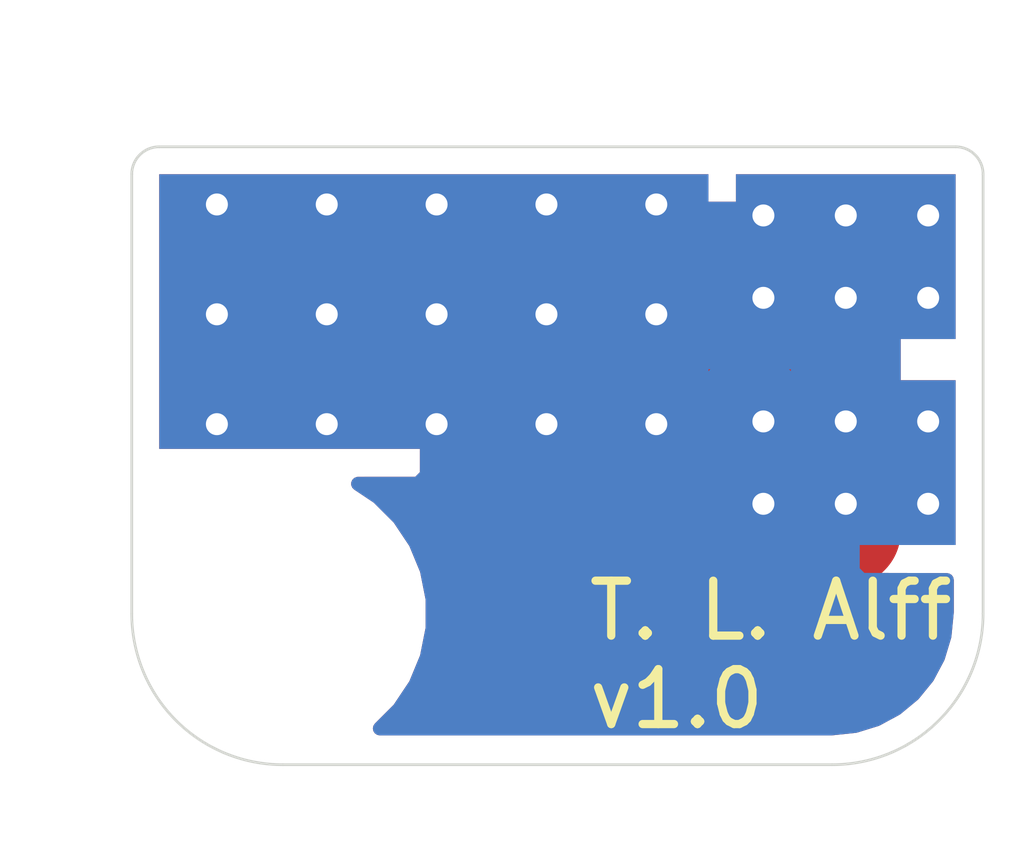
<source format=kicad_pcb>
(kicad_pcb (version 20171130) (host pcbnew 5.1.9)

  (general
    (thickness 1.6)
    (drawings 9)
    (tracks 53)
    (zones 0)
    (modules 7)
    (nets 2)
  )

  (page A4)
  (layers
    (0 F.Cu signal)
    (31 B.Cu signal)
    (32 B.Adhes user)
    (33 F.Adhes user)
    (34 B.Paste user)
    (35 F.Paste user)
    (36 B.SilkS user)
    (37 F.SilkS user)
    (38 B.Mask user)
    (39 F.Mask user)
    (40 Dwgs.User user)
    (41 Cmts.User user)
    (42 Eco1.User user)
    (43 Eco2.User user)
    (44 Edge.Cuts user)
    (45 Margin user)
    (46 B.CrtYd user)
    (47 F.CrtYd user)
    (48 B.Fab user)
    (49 F.Fab user)
  )

  (setup
    (last_trace_width 0.25)
    (user_trace_width 2)
    (trace_clearance 0.2)
    (zone_clearance 0.508)
    (zone_45_only no)
    (trace_min 0.2)
    (via_size 0.8)
    (via_drill 0.4)
    (via_min_size 0.4)
    (via_min_drill 0.3)
    (uvia_size 0.3)
    (uvia_drill 0.1)
    (uvias_allowed no)
    (uvia_min_size 0.2)
    (uvia_min_drill 0.1)
    (edge_width 0.05)
    (segment_width 0.2)
    (pcb_text_width 0.3)
    (pcb_text_size 1.5 1.5)
    (mod_edge_width 0.12)
    (mod_text_size 1 1)
    (mod_text_width 0.15)
    (pad_size 1.524 1.524)
    (pad_drill 0.762)
    (pad_to_mask_clearance 0)
    (aux_axis_origin 0 0)
    (visible_elements FFFFFF7F)
    (pcbplotparams
      (layerselection 0x010fc_ffffffff)
      (usegerberextensions false)
      (usegerberattributes true)
      (usegerberadvancedattributes true)
      (creategerberjobfile true)
      (excludeedgelayer true)
      (linewidth 0.100000)
      (plotframeref false)
      (viasonmask false)
      (mode 1)
      (useauxorigin false)
      (hpglpennumber 1)
      (hpglpenspeed 20)
      (hpglpendiameter 15.000000)
      (psnegative false)
      (psa4output false)
      (plotreference true)
      (plotvalue true)
      (plotinvisibletext false)
      (padsonsilk false)
      (subtractmaskfromsilk false)
      (outputformat 1)
      (mirror false)
      (drillshape 1)
      (scaleselection 1)
      (outputdirectory ""))
  )

  (net 0 "")
  (net 1 "Net-(J1-Pad1)")

  (net_class Default "This is the default net class."
    (clearance 0.2)
    (trace_width 0.25)
    (via_dia 0.8)
    (via_drill 0.4)
    (uvia_dia 0.3)
    (uvia_drill 0.1)
    (add_net "Net-(J1-Pad1)")
  )

  (module hippo:MountingHole_2.7mm_M2.5_Masked (layer F.Cu) (tedit 602D292D) (tstamp 60411821)
    (at 34.5 35.75)
    (descr "Mounting Hole 2.7mm, no annular, M2.5, DIN965")
    (tags "mounting hole 2.7mm no annular m2.5 din965")
    (path /6040D248)
    (attr virtual)
    (fp_text reference H3 (at 0 -3.35) (layer F.SilkS) hide
      (effects (font (size 1 1) (thickness 0.15)))
    )
    (fp_text value MountingHole (at 0 3.35) (layer F.Fab)
      (effects (font (size 1 1) (thickness 0.15)))
    )
    (fp_circle (center 0 0) (end 2.35 0) (layer Cmts.User) (width 0.15))
    (fp_circle (center 0 0) (end 2.6 0) (layer F.CrtYd) (width 0.05))
    (fp_text user %R (at 0.3 0) (layer F.Fab)
      (effects (font (size 1 1) (thickness 0.15)))
    )
    (pad "" np_thru_hole circle (at 0 0) (size 2.7 2.7) (drill 2.7) (layers *.Cu *.Mask)
      (solder_mask_margin 1) (clearance 1.25))
  )

  (module hippo:SolderWirePad_1x01_SMD_3x4mm (layer B.Cu) (tedit 6040B829) (tstamp 60411FB3)
    (at 44.75 33 90)
    (path /6040E229)
    (attr smd)
    (fp_text reference J6 (at 0.5 -3 90) (layer B.SilkS) hide
      (effects (font (size 1 1) (thickness 0.15)) (justify mirror))
    )
    (fp_text value Conn_01x01 (at 0 0.5 90) (layer B.Fab)
      (effects (font (size 1 1) (thickness 0.15)) (justify mirror))
    )
    (pad 1 smd rect (at 0 0 90) (size 3 4) (layers B.Cu B.Paste B.Mask)
      (net 1 "Net-(J1-Pad1)"))
  )

  (module hippo:SolderWirePad_1x01_SMD_3x4mm (layer B.Cu) (tedit 6040B829) (tstamp 60411FAE)
    (at 44.75 29.25 90)
    (path /6040DF9F)
    (attr smd)
    (fp_text reference J5 (at 0.5 -3 90) (layer B.SilkS) hide
      (effects (font (size 1 1) (thickness 0.15)) (justify mirror))
    )
    (fp_text value Conn_01x01 (at 0 0.5 90) (layer B.Fab)
      (effects (font (size 1 1) (thickness 0.15)) (justify mirror))
    )
    (pad 1 smd rect (at 0 0 90) (size 3 4) (layers B.Cu B.Paste B.Mask)
      (net 1 "Net-(J1-Pad1)"))
  )

  (module hippo:SolderWirePad_1x01_SMD_3x4mm (layer F.Cu) (tedit 6040B829) (tstamp 60411FA9)
    (at 44.75 33 90)
    (path /6040DD64)
    (attr smd)
    (fp_text reference J4 (at 0.5 3 90) (layer F.SilkS) hide
      (effects (font (size 1 1) (thickness 0.15)))
    )
    (fp_text value Conn_01x01 (at 0 -0.5 90) (layer F.Fab)
      (effects (font (size 1 1) (thickness 0.15)))
    )
    (pad 1 smd rect (at 0 0 90) (size 3 4) (layers F.Cu F.Paste F.Mask)
      (net 1 "Net-(J1-Pad1)"))
  )

  (module hippo:SolderWirePad_1x01_SMD_3x4mm (layer F.Cu) (tedit 6040B829) (tstamp 60411FA4)
    (at 44.75 29.25 90)
    (path /6040DA45)
    (attr smd)
    (fp_text reference J3 (at 0.5 3 90) (layer F.SilkS) hide
      (effects (font (size 1 1) (thickness 0.15)))
    )
    (fp_text value Conn_01x01 (at 0 -0.5 90) (layer F.Fab)
      (effects (font (size 1 1) (thickness 0.15)))
    )
    (pad 1 smd rect (at 0 0 90) (size 3 4) (layers F.Cu F.Paste F.Mask)
      (net 1 "Net-(J1-Pad1)"))
  )

  (module Connector_Wire:SolderWirePad_1x01_SMD_5x10mm (layer B.Cu) (tedit 5640A485) (tstamp 60411F9F)
    (at 37.25 30.25 90)
    (descr "Wire Pad, Square, SMD Pad,  5mm x 10mm,")
    (tags "MesurementPoint Square SMDPad 5mmx10mm ")
    (path /60410FB1)
    (attr smd virtual)
    (fp_text reference J2 (at 0 3.81 90) (layer B.SilkS) hide
      (effects (font (size 1 1) (thickness 0.15)) (justify mirror))
    )
    (fp_text value BATT (at 0 -6.35 90) (layer B.Fab)
      (effects (font (size 1 1) (thickness 0.15)) (justify mirror))
    )
    (fp_line (start 2.75 5.25) (end -2.75 5.25) (layer B.CrtYd) (width 0.05))
    (fp_line (start 2.75 -5.25) (end 2.75 5.25) (layer B.CrtYd) (width 0.05))
    (fp_line (start -2.75 -5.25) (end 2.75 -5.25) (layer B.CrtYd) (width 0.05))
    (fp_line (start -2.75 5.25) (end -2.75 -5.25) (layer B.CrtYd) (width 0.05))
    (fp_text user %R (at 0 0 90) (layer B.Fab)
      (effects (font (size 1 1) (thickness 0.15)) (justify mirror))
    )
    (pad 1 smd rect (at 0 0 90) (size 5 10) (layers B.Cu B.Paste B.Mask)
      (net 1 "Net-(J1-Pad1)"))
  )

  (module Connector_Wire:SolderWirePad_1x01_SMD_5x10mm (layer F.Cu) (tedit 5640A485) (tstamp 60411F95)
    (at 37.25 30.25 90)
    (descr "Wire Pad, Square, SMD Pad,  5mm x 10mm,")
    (tags "MesurementPoint Square SMDPad 5mmx10mm ")
    (path /6040CA4B)
    (attr smd virtual)
    (fp_text reference J1 (at 0 -3.81 90) (layer F.SilkS) hide
      (effects (font (size 1 1) (thickness 0.15)))
    )
    (fp_text value BATT (at 0 6.35 90) (layer F.Fab)
      (effects (font (size 1 1) (thickness 0.15)))
    )
    (fp_line (start 2.75 -5.25) (end -2.75 -5.25) (layer F.CrtYd) (width 0.05))
    (fp_line (start 2.75 5.25) (end 2.75 -5.25) (layer F.CrtYd) (width 0.05))
    (fp_line (start -2.75 5.25) (end 2.75 5.25) (layer F.CrtYd) (width 0.05))
    (fp_line (start -2.75 -5.25) (end -2.75 5.25) (layer F.CrtYd) (width 0.05))
    (fp_text user %R (at 0 0 90) (layer F.Fab)
      (effects (font (size 1 1) (thickness 0.15)))
    )
    (pad 1 smd rect (at 0 0 90) (size 5 10) (layers F.Cu F.Paste F.Mask)
      (net 1 "Net-(J1-Pad1)"))
  )

  (gr_text "T. L. Alff\nv1.0" (at 40 36.5) (layer F.SilkS)
    (effects (font (size 1 1) (thickness 0.15)) (justify left))
  )
  (gr_arc (start 44.5 35.75) (end 44.5 38.5) (angle -90) (layer Edge.Cuts) (width 0.05))
  (gr_arc (start 34.5 35.75) (end 31.75 35.75) (angle -90) (layer Edge.Cuts) (width 0.05))
  (gr_arc (start 46.75 27.75) (end 47.25 27.75) (angle -90) (layer Edge.Cuts) (width 0.05))
  (gr_arc (start 32.25 27.75) (end 32.25 27.25) (angle -90) (layer Edge.Cuts) (width 0.05))
  (gr_line (start 31.75 35.75) (end 31.75 27.75) (layer Edge.Cuts) (width 0.05))
  (gr_line (start 44.5 38.5) (end 34.5 38.5) (layer Edge.Cuts) (width 0.05))
  (gr_line (start 47.25 27.75) (end 47.25 35.75) (layer Edge.Cuts) (width 0.05))
  (gr_line (start 32.25 27.25) (end 46.75 27.25) (layer Edge.Cuts) (width 0.05))

  (via (at 33.3 32.3) (size 0.8) (drill 0.4) (layers F.Cu B.Cu) (net 1))
  (via (at 35.3 32.3) (size 0.8) (drill 0.4) (layers F.Cu B.Cu) (net 1))
  (via (at 37.3 32.3) (size 0.8) (drill 0.4) (layers F.Cu B.Cu) (net 1))
  (via (at 39.3 32.3) (size 0.8) (drill 0.4) (layers F.Cu B.Cu) (net 1))
  (via (at 41.3 32.3) (size 0.8) (drill 0.4) (layers F.Cu B.Cu) (net 1))
  (via (at 41.3 30.3) (size 0.8) (drill 0.4) (layers F.Cu B.Cu) (net 1))
  (via (at 39.3 30.3) (size 0.8) (drill 0.4) (layers F.Cu B.Cu) (net 1))
  (via (at 37.3 30.3) (size 0.8) (drill 0.4) (layers F.Cu B.Cu) (net 1))
  (via (at 35.3 30.3) (size 0.8) (drill 0.4) (layers F.Cu B.Cu) (net 1))
  (via (at 33.3 30.3) (size 0.8) (drill 0.4) (layers F.Cu B.Cu) (net 1))
  (via (at 33.3 28.3) (size 0.8) (drill 0.4) (layers F.Cu B.Cu) (net 1))
  (via (at 35.3 28.3) (size 0.8) (drill 0.4) (layers F.Cu B.Cu) (net 1))
  (via (at 37.3 28.3) (size 0.8) (drill 0.4) (layers F.Cu B.Cu) (net 1))
  (via (at 39.3 28.3) (size 0.8) (drill 0.4) (layers F.Cu B.Cu) (net 1))
  (via (at 41.3 28.3) (size 0.8) (drill 0.4) (layers F.Cu B.Cu) (net 1))
  (via (at 46.25 33.75) (size 0.8) (drill 0.4) (layers F.Cu B.Cu) (net 1))
  (via (at 44.75 33.75) (size 0.8) (drill 0.4) (layers F.Cu B.Cu) (net 1))
  (via (at 43.25 33.75) (size 0.8) (drill 0.4) (layers F.Cu B.Cu) (net 1))
  (via (at 46.25 32.25) (size 0.8) (drill 0.4) (layers F.Cu B.Cu) (net 1))
  (via (at 44.75 32.25) (size 0.8) (drill 0.4) (layers F.Cu B.Cu) (net 1))
  (via (at 43.25 32.25) (size 0.8) (drill 0.4) (layers F.Cu B.Cu) (net 1))
  (via (at 46.25 30) (size 0.8) (drill 0.4) (layers F.Cu B.Cu) (net 1))
  (via (at 44.75 30) (size 0.8) (drill 0.4) (layers F.Cu B.Cu) (net 1))
  (via (at 43.25 30) (size 0.8) (drill 0.4) (layers F.Cu B.Cu) (net 1))
  (via (at 46.25 28.5) (size 0.8) (drill 0.4) (layers F.Cu B.Cu) (net 1))
  (via (at 44.75 28.5) (size 0.8) (drill 0.4) (layers F.Cu B.Cu) (net 1))
  (via (at 43.25 28.5) (size 0.8) (drill 0.4) (layers F.Cu B.Cu) (net 1))
  (segment (start 43.75 30.25) (end 44.75 29.25) (width 2) (layer F.Cu) (net 1))
  (segment (start 37.25 30.25) (end 43.75 30.25) (width 2) (layer F.Cu) (net 1))
  (segment (start 42 30.25) (end 44.75 33) (width 2) (layer F.Cu) (net 1))
  (segment (start 37.25 30.25) (end 42 30.25) (width 2) (layer F.Cu) (net 1))
  (segment (start 44.75 33) (end 44.75 29.25) (width 2) (layer F.Cu) (net 1))
  (segment (start 38.25 33) (end 42 33) (width 2) (layer F.Cu) (net 1))
  (segment (start 44.75 33) (end 42 33) (width 2) (layer F.Cu) (net 1))
  (segment (start 42 33) (end 42 29.25) (width 2) (layer F.Cu) (net 1))
  (segment (start 42 29.25) (end 44.75 29.25) (width 2) (layer F.Cu) (net 1))
  (segment (start 44.75 33) (end 44.75 34.25) (width 2) (layer F.Cu) (net 1))
  (segment (start 44.75 34.25) (end 44.5 34.5) (width 2) (layer F.Cu) (net 1))
  (segment (start 44.5 34.5) (end 42 34.5) (width 2) (layer F.Cu) (net 1))
  (segment (start 43.7 30.3) (end 44.75 29.25) (width 2) (layer B.Cu) (net 1))
  (segment (start 37.3 30.3) (end 43.7 30.3) (width 2) (layer B.Cu) (net 1))
  (segment (start 38.25 29.25) (end 37.25 30.25) (width 2) (layer B.Cu) (net 1))
  (segment (start 44.75 29.25) (end 38.25 29.25) (width 2) (layer B.Cu) (net 1))
  (segment (start 44.75 29.25) (end 44.75 32.25) (width 2) (layer B.Cu) (net 1))
  (segment (start 44.75 33) (end 44 33) (width 2) (layer B.Cu) (net 1))
  (segment (start 44 33) (end 43 32) (width 2) (layer B.Cu) (net 1))
  (segment (start 43 32) (end 43 34) (width 2) (layer B.Cu) (net 1))
  (segment (start 43 34) (end 44 35) (width 2) (layer B.Cu) (net 1))
  (segment (start 44 35) (end 42 35) (width 2) (layer B.Cu) (net 1))
  (segment (start 42 35) (end 42 32.75) (width 2) (layer B.Cu) (net 1))
  (segment (start 42 32.75) (end 38 32.75) (width 2) (layer B.Cu) (net 1))
  (segment (start 38 31) (end 37.25 30.25) (width 2) (layer B.Cu) (net 1))
  (segment (start 38 32.75) (end 38 31) (width 2) (layer B.Cu) (net 1))

  (zone (net 1) (net_name "Net-(J1-Pad1)") (layer F.Cu) (tstamp 0) (hatch edge 0.508)
    (connect_pads (clearance 0.508))
    (min_thickness 0.254)
    (fill yes (arc_segments 32) (thermal_gap 0.508) (thermal_bridge_width 0.508))
    (polygon
      (pts
        (xy 48 38.5) (xy 31.75 38.5) (xy 31.75 27.25) (xy 48 27.25)
      )
    )
    (filled_polygon
      (pts
        (xy 44.877 29.123) (xy 44.897 29.123) (xy 44.897 29.377) (xy 44.877 29.377) (xy 44.877 32.873)
        (xy 44.897 32.873) (xy 44.897 33.127) (xy 44.877 33.127) (xy 44.877 34.97625) (xy 45.03575 35.135)
        (xy 46.590001 35.137785) (xy 46.590001 35.717712) (xy 46.547092 36.155334) (xy 46.429375 36.545232) (xy 46.23817 36.904836)
        (xy 45.980758 37.220455) (xy 45.666946 37.480062) (xy 45.30868 37.673777) (xy 44.919613 37.794213) (xy 44.483976 37.84)
        (xy 36.26656 37.84) (xy 36.618199 37.488361) (xy 36.916636 37.041719) (xy 37.122203 36.545437) (xy 37.227 36.018586)
        (xy 37.227 35.481414) (xy 37.122203 34.954563) (xy 36.916636 34.458281) (xy 36.618199 34.011639) (xy 36.238361 33.631801)
        (xy 35.870065 33.385713) (xy 36.96425 33.385) (xy 37.123 33.22625) (xy 37.123 30.377) (xy 37.103 30.377)
        (xy 37.103 30.123) (xy 37.123 30.123) (xy 37.123 30.103) (xy 37.377 30.103) (xy 37.377 30.123)
        (xy 37.397 30.123) (xy 37.397 30.377) (xy 37.377 30.377) (xy 37.377 33.22625) (xy 37.53575 33.385)
        (xy 42.114741 33.387984) (xy 42.111928 34.5) (xy 42.124188 34.624482) (xy 42.160498 34.74418) (xy 42.219463 34.854494)
        (xy 42.298815 34.951185) (xy 42.395506 35.030537) (xy 42.50582 35.089502) (xy 42.625518 35.125812) (xy 42.75 35.138072)
        (xy 44.46425 35.135) (xy 44.623 34.97625) (xy 44.623 33.127) (xy 44.603 33.127) (xy 44.603 32.873)
        (xy 44.623 32.873) (xy 44.623 29.377) (xy 44.603 29.377) (xy 44.603 29.123) (xy 44.623 29.123)
        (xy 44.623 29.103) (xy 44.877 29.103)
      )
    )
  )
  (zone (net 1) (net_name "Net-(J1-Pad1)") (layer B.Cu) (tstamp 0) (hatch edge 0.508)
    (connect_pads (clearance 0.508))
    (min_thickness 0.254)
    (fill yes (arc_segments 32) (thermal_gap 0.508) (thermal_bridge_width 0.508))
    (polygon
      (pts
        (xy 48 38.5) (xy 31.75 38.5) (xy 31.75 27.25) (xy 48 27.25)
      )
    )
    (filled_polygon
      (pts
        (xy 44.877 29.123) (xy 44.897 29.123) (xy 44.897 29.377) (xy 44.877 29.377) (xy 44.877 32.873)
        (xy 44.897 32.873) (xy 44.897 33.127) (xy 44.877 33.127) (xy 44.877 34.97625) (xy 45.03575 35.135)
        (xy 46.590001 35.137785) (xy 46.590001 35.717712) (xy 46.547092 36.155334) (xy 46.429375 36.545232) (xy 46.23817 36.904836)
        (xy 45.980758 37.220455) (xy 45.666946 37.480062) (xy 45.30868 37.673777) (xy 44.919613 37.794213) (xy 44.483976 37.84)
        (xy 36.26656 37.84) (xy 36.618199 37.488361) (xy 36.916636 37.041719) (xy 37.122203 36.545437) (xy 37.227 36.018586)
        (xy 37.227 35.481414) (xy 37.122203 34.954563) (xy 36.916636 34.458281) (xy 36.618199 34.011639) (xy 36.238361 33.631801)
        (xy 35.870065 33.385713) (xy 36.96425 33.385) (xy 37.123 33.22625) (xy 37.123 30.377) (xy 37.103 30.377)
        (xy 37.103 30.123) (xy 37.123 30.123) (xy 37.123 30.103) (xy 37.377 30.103) (xy 37.377 30.123)
        (xy 37.397 30.123) (xy 37.397 30.377) (xy 37.377 30.377) (xy 37.377 33.22625) (xy 37.53575 33.385)
        (xy 42.114741 33.387984) (xy 42.111928 34.5) (xy 42.124188 34.624482) (xy 42.160498 34.74418) (xy 42.219463 34.854494)
        (xy 42.298815 34.951185) (xy 42.395506 35.030537) (xy 42.50582 35.089502) (xy 42.625518 35.125812) (xy 42.75 35.138072)
        (xy 44.46425 35.135) (xy 44.623 34.97625) (xy 44.623 33.127) (xy 44.603 33.127) (xy 44.603 32.873)
        (xy 44.623 32.873) (xy 44.623 29.377) (xy 44.603 29.377) (xy 44.603 29.123) (xy 44.623 29.123)
        (xy 44.623 29.103) (xy 44.877 29.103)
      )
    )
  )
)

</source>
